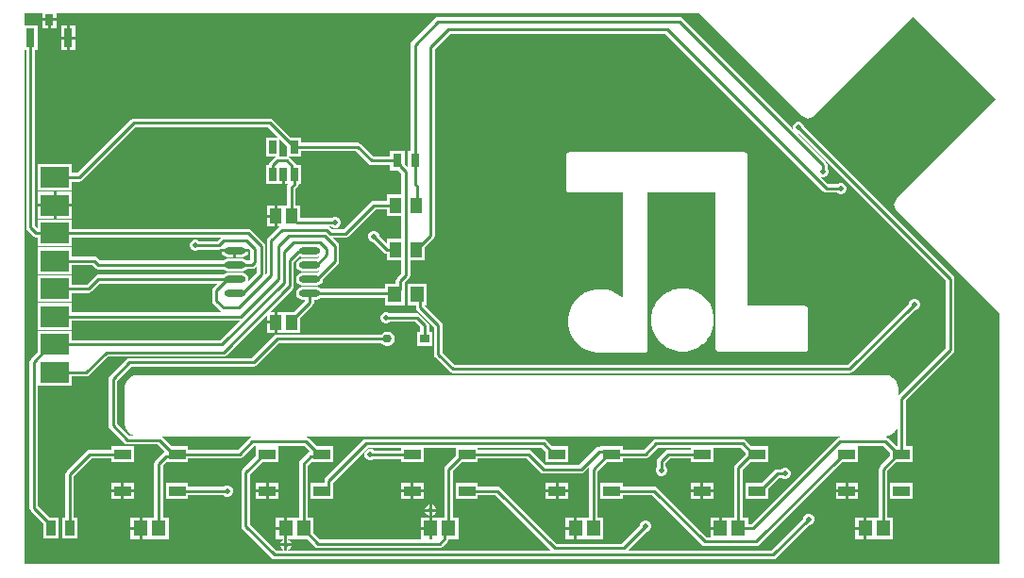
<source format=gbl>
G04*
G04 #@! TF.GenerationSoftware,Altium Limited,Altium Designer,21.2.2 (38)*
G04*
G04 Layer_Physical_Order=2*
G04 Layer_Color=16711680*
%FSLAX25Y25*%
%MOIN*%
G70*
G04*
G04 #@! TF.SameCoordinates,E2040CFD-8BC1-4679-B801-FCB4F48F4876*
G04*
G04*
G04 #@! TF.FilePolarity,Positive*
G04*
G01*
G75*
%ADD10C,0.01000*%
%ADD19C,0.01968*%
%ADD20R,0.04331X0.05315*%
%ADD21R,0.03182X0.02922*%
G04:AMPARAMS|DCode=22|XSize=31.82mil|YSize=29.22mil|CornerRadius=14.61mil|HoleSize=0mil|Usage=FLASHONLY|Rotation=180.000|XOffset=0mil|YOffset=0mil|HoleType=Round|Shape=RoundedRectangle|*
%AMROUNDEDRECTD22*
21,1,0.03182,0.00000,0,0,180.0*
21,1,0.00260,0.02922,0,0,180.0*
1,1,0.02922,-0.00130,0.00000*
1,1,0.02922,0.00130,0.00000*
1,1,0.02922,0.00130,0.00000*
1,1,0.02922,-0.00130,0.00000*
%
%ADD22ROUNDEDRECTD22*%
%ADD23R,0.03347X0.05315*%
%ADD24R,0.03150X0.04921*%
%ADD25R,0.04134X0.05709*%
%ADD26R,0.04724X0.05709*%
%ADD27R,0.02756X0.04528*%
%ADD28R,0.10000X0.07480*%
%ADD29R,0.03150X0.04331*%
%ADD30R,0.03150X0.06693*%
%ADD31O,0.07480X0.02362*%
%ADD32R,0.05118X0.05709*%
%ADD33R,0.05906X0.03543*%
G36*
X9236Y197793D02*
Y195972D01*
X14386D01*
Y197793D01*
X241279Y197793D01*
X277607Y161465D01*
X278228Y160990D01*
X278950Y160690D01*
X279725Y160589D01*
D01*
X279725D01*
X280500Y160690D01*
X281222Y160990D01*
X281842Y161465D01*
X281842Y161466D01*
X316929Y196553D01*
X346159Y167323D01*
X311072Y132235D01*
X310596Y131615D01*
X310297Y130893D01*
X310195Y130118D01*
X310297Y129343D01*
X310596Y128621D01*
X311072Y128001D01*
X311072Y128001D01*
X347400Y91673D01*
X347400Y2994D01*
X2994D01*
Y184630D01*
X3589D01*
Y122047D01*
X3705Y121462D01*
X4037Y120966D01*
X6005Y118997D01*
X6501Y118666D01*
X7087Y118549D01*
X7779D01*
Y115339D01*
X19780D01*
Y118549D01*
X72495D01*
X72278Y118404D01*
X71151Y117277D01*
X64663D01*
X64510Y117430D01*
X63780Y117732D01*
X62991D01*
X62262Y117430D01*
X61704Y116872D01*
X61402Y116143D01*
Y115353D01*
X61704Y114624D01*
X62262Y114066D01*
X62991Y113764D01*
X63780D01*
X64510Y114066D01*
X64663Y114219D01*
X71785D01*
X72370Y114335D01*
X72734Y114579D01*
X72679Y114299D01*
X77362D01*
X82046D01*
X81976Y114650D01*
X81915Y114741D01*
X82723Y113933D01*
Y110476D01*
X82711Y110464D01*
X81355D01*
X80772Y110854D01*
X79921Y111023D01*
X74803D01*
X73952Y110854D01*
X73231Y110372D01*
X73202Y110329D01*
X29630D01*
X28640Y111318D01*
X28144Y111649D01*
X27559Y111766D01*
X19780D01*
Y114976D01*
X7779D01*
Y105496D01*
X19780D01*
Y108707D01*
X26926D01*
X27915Y107718D01*
X28411Y107386D01*
X28996Y107270D01*
X73202D01*
X73231Y107227D01*
X73952Y106745D01*
X74803Y106575D01*
X79921D01*
X80772Y106745D01*
X81494Y107227D01*
X81613Y107405D01*
X83344D01*
X83930Y107522D01*
X84426Y107853D01*
X85085Y108512D01*
Y106126D01*
X81993Y103034D01*
X82145Y103799D01*
X81976Y104650D01*
X81494Y105372D01*
X80772Y105854D01*
X79921Y106023D01*
X74803D01*
X73952Y105854D01*
X73231Y105372D01*
X73202Y105329D01*
X28996D01*
X28411Y105212D01*
X27915Y104881D01*
X24957Y101923D01*
X19780D01*
Y105134D01*
X7779D01*
Y95653D01*
X19780D01*
Y98864D01*
X25591D01*
X26176Y98981D01*
X26672Y99312D01*
X29630Y102270D01*
X71111D01*
X69785Y100944D01*
X69453Y100447D01*
X69337Y99862D01*
Y96063D01*
X69453Y95478D01*
X69785Y94982D01*
X72147Y92619D01*
X72643Y92288D01*
X73228Y92171D01*
X78614D01*
X79077Y92263D01*
X78894Y92081D01*
X19780Y92081D01*
Y95291D01*
X7779D01*
Y85811D01*
X19780D01*
Y89022D01*
X78985Y89022D01*
X72201Y82238D01*
X19780D01*
Y85449D01*
X7779D01*
Y78131D01*
X5218Y75570D01*
X4886Y75073D01*
X4770Y74488D01*
Y22933D01*
X4886Y22348D01*
X5218Y21852D01*
X9827Y17243D01*
Y12091D01*
X15173D01*
Y19406D01*
X11990D01*
X7829Y23567D01*
Y66126D01*
X19780D01*
Y69337D01*
X24803D01*
X25388Y69453D01*
X25885Y69785D01*
X32523Y76423D01*
X73228D01*
X73814Y76540D01*
X74310Y76871D01*
X88567Y91128D01*
Y89083D01*
X91232D01*
Y92240D01*
X89679D01*
X97696Y100257D01*
X98027Y100753D01*
X98144Y101339D01*
Y109760D01*
X100209Y111826D01*
X100330Y111745D01*
X101181Y111575D01*
X106299D01*
X107065Y111728D01*
X106350Y111013D01*
X106299Y111023D01*
X101181D01*
X100330Y110854D01*
X99609Y110372D01*
X99127Y109650D01*
X98957Y108799D01*
X99127Y107948D01*
X99609Y107227D01*
X100330Y106745D01*
X101181Y106575D01*
X106299D01*
X107065Y106728D01*
X106350Y106013D01*
X106299Y106023D01*
X101181D01*
X100330Y105854D01*
X99609Y105372D01*
X99127Y104650D01*
X98957Y103799D01*
X99127Y102948D01*
X99609Y102227D01*
X100330Y101745D01*
X101181Y101575D01*
X106299D01*
X107150Y101745D01*
X107872Y102227D01*
X108354Y102948D01*
X108523Y103799D01*
X108513Y103850D01*
X113680Y109017D01*
X114011Y109513D01*
X114128Y110098D01*
Y115546D01*
X114011Y116131D01*
X113680Y116628D01*
X112010Y118297D01*
X116284D01*
X116869Y118414D01*
X117365Y118745D01*
X127011Y128392D01*
X131087D01*
Y126067D01*
X136191D01*
Y118028D01*
X131087D01*
Y116352D01*
X128362Y119076D01*
Y119292D01*
X128060Y120022D01*
X127502Y120580D01*
X126773Y120882D01*
X125983D01*
X125254Y120580D01*
X124696Y120022D01*
X124394Y119292D01*
Y118503D01*
X124696Y117774D01*
X125254Y117216D01*
X125983Y116913D01*
X126199D01*
X130021Y113092D01*
X130517Y112760D01*
X130614Y112741D01*
X131087Y112647D01*
Y110319D01*
X136191D01*
Y105677D01*
X134639Y104125D01*
X134308Y103629D01*
X134191Y103043D01*
Y102279D01*
X130496D01*
Y100329D01*
X107901D01*
X107872Y100372D01*
X107150Y100854D01*
X106299Y101023D01*
X101181D01*
X100330Y100854D01*
X99609Y100372D01*
X99127Y99650D01*
X98957Y98799D01*
X99127Y97948D01*
X99609Y97227D01*
X100330Y96745D01*
X101181Y96575D01*
X102211D01*
Y96204D01*
X98247Y92240D01*
X92232D01*
Y88583D01*
Y84925D01*
X100409D01*
Y90077D01*
X104822Y94489D01*
X105153Y94986D01*
X105270Y95571D01*
Y96575D01*
X106299D01*
X107150Y96745D01*
X107872Y97227D01*
X107901Y97270D01*
X130496D01*
Y94571D01*
X137221D01*
Y100140D01*
X137250Y100287D01*
Y102410D01*
X138802Y103962D01*
X139133Y104458D01*
X139250Y105043D01*
Y110319D01*
X144504D01*
Y115077D01*
X147538Y118112D01*
X147870Y118608D01*
X147986Y119193D01*
Y185193D01*
X153389Y190597D01*
X229288D01*
X285139Y134745D01*
X285635Y134414D01*
X286221Y134297D01*
X290062D01*
X290215Y134145D01*
X290944Y133843D01*
X291733D01*
X292463Y134145D01*
X293021Y134703D01*
X293323Y135432D01*
Y136222D01*
X293021Y136951D01*
X292463Y137509D01*
X291733Y137811D01*
X290944D01*
X290215Y137509D01*
X290062Y137356D01*
X286854D01*
X284333Y139877D01*
X284645Y139748D01*
X285434D01*
X286163Y140050D01*
X286721Y140608D01*
X287024Y141338D01*
Y142127D01*
X286721Y142856D01*
X286569Y143009D01*
Y144095D01*
X286452Y144680D01*
X286121Y145176D01*
X275672Y155625D01*
X275983Y155496D01*
X276199D01*
X328392Y103304D01*
Y79374D01*
X311714Y62696D01*
X311649Y62599D01*
Y64961D01*
Y65348D01*
X311630Y65447D01*
Y65547D01*
X311479Y66308D01*
X311440Y66401D01*
X311421Y66499D01*
X311124Y67216D01*
X311068Y67299D01*
X311030Y67392D01*
X310599Y68037D01*
X310528Y68108D01*
X310472Y68191D01*
X309924Y68740D01*
X309840Y68795D01*
X309769Y68866D01*
X309124Y69297D01*
X309031Y69336D01*
X308948Y69392D01*
X308231Y69688D01*
X308133Y69708D01*
X308040Y69746D01*
X307280Y69898D01*
X307179D01*
X307081Y69917D01*
X42919D01*
X42821Y69898D01*
X42720D01*
X41960Y69746D01*
X41867Y69708D01*
X41769Y69688D01*
X41052Y69392D01*
X40968Y69336D01*
X40876Y69297D01*
X40231Y68866D01*
X40160Y68795D01*
X40076Y68740D01*
X39528Y68191D01*
X39472Y68108D01*
X39401Y68037D01*
X38970Y67392D01*
X38932Y67299D01*
X38876Y67216D01*
X38579Y66499D01*
X38560Y66401D01*
X38521Y66308D01*
X38370Y65547D01*
Y65447D01*
X38350Y65348D01*
Y64961D01*
Y53150D01*
Y52762D01*
X38370Y52663D01*
Y52563D01*
X38521Y51802D01*
X38560Y51710D01*
X38579Y51611D01*
X38876Y50894D01*
X38932Y50811D01*
X38970Y50718D01*
X39401Y50073D01*
X39472Y50002D01*
X39528Y49919D01*
X40076Y49371D01*
X40160Y49315D01*
X40231Y49244D01*
X40876Y48813D01*
X40968Y48774D01*
X41052Y48719D01*
X41769Y48422D01*
X41867Y48402D01*
X41960Y48364D01*
X42007Y48355D01*
X40029D01*
X35781Y52602D01*
Y67870D01*
X40791Y72880D01*
X83979D01*
X84565Y72996D01*
X85061Y73328D01*
X92880Y81148D01*
X129113D01*
X129277Y80903D01*
X130091Y80359D01*
X131051Y80168D01*
X131311D01*
X132271Y80359D01*
X133085Y80903D01*
X133629Y81717D01*
X133820Y82677D01*
X133629Y83637D01*
X133085Y84451D01*
X132271Y84995D01*
X131311Y85186D01*
X131051D01*
X130091Y84995D01*
X129277Y84451D01*
X129113Y84207D01*
X92247D01*
X91662Y84090D01*
X91166Y83759D01*
X83346Y75939D01*
X40157D01*
X39572Y75822D01*
X39076Y75491D01*
X33171Y69585D01*
X32839Y69089D01*
X32723Y68504D01*
Y51968D01*
X32839Y51383D01*
X33171Y50887D01*
X38314Y45744D01*
X38810Y45412D01*
X39395Y45296D01*
X50179D01*
X52782Y42693D01*
X52438Y42625D01*
X51941Y42293D01*
X49312Y39664D01*
X48981Y39168D01*
X48864Y38583D01*
Y19602D01*
X44594D01*
Y15748D01*
Y11894D01*
X53953D01*
Y19602D01*
X51923D01*
Y37949D01*
X53131Y39158D01*
X60843D01*
Y40400D01*
X78937D01*
X79522Y40516D01*
X80018Y40848D01*
X84098Y44927D01*
X101729D01*
X103963Y42693D01*
X103619Y42625D01*
X103122Y42293D01*
X100493Y39664D01*
X100162Y39168D01*
X100045Y38583D01*
Y19602D01*
X95776D01*
Y15748D01*
Y11894D01*
X102971D01*
X105710Y9155D01*
X106206Y8823D01*
X106791Y8707D01*
X149606D01*
X150192Y8823D01*
X150688Y9155D01*
X152431Y10898D01*
X152762Y11394D01*
X152862Y11894D01*
X156315D01*
Y19602D01*
X154285D01*
Y35981D01*
X157462Y39158D01*
X163205D01*
Y40400D01*
X180272D01*
X185139Y35533D01*
X185635Y35201D01*
X186221Y35085D01*
X199606D01*
X200192Y35201D01*
X200688Y35533D01*
X206480Y41325D01*
Y41291D01*
X202856Y37666D01*
X202524Y37170D01*
X202408Y36584D01*
Y19602D01*
X198138D01*
Y15748D01*
Y11894D01*
X207496D01*
Y19602D01*
X205466D01*
Y35951D01*
X208673Y39158D01*
X214386D01*
Y40400D01*
X222244D01*
X222829Y40516D01*
X223325Y40848D01*
X226618Y44140D01*
X238370D01*
Y43459D01*
X230413D01*
X229828Y43342D01*
X229332Y43011D01*
X226871Y40550D01*
X226540Y40054D01*
X226423Y39469D01*
Y37497D01*
X226271Y37345D01*
X225969Y36615D01*
Y35826D01*
X226271Y35096D01*
X226829Y34538D01*
X227558Y34236D01*
X228347D01*
X229077Y34538D01*
X229635Y35096D01*
X229937Y35826D01*
Y36615D01*
X229635Y37345D01*
X229482Y37497D01*
Y38835D01*
X231047Y40400D01*
X238370D01*
Y39158D01*
X246276D01*
Y44140D01*
X256059D01*
X257661Y42538D01*
Y41714D01*
X254037Y38089D01*
X253705Y37593D01*
X253589Y37008D01*
Y19602D01*
X249319D01*
Y15748D01*
X248819D01*
Y15248D01*
X245260D01*
Y12553D01*
X243941D01*
X226475Y30018D01*
X225979Y30350D01*
X225394Y30466D01*
X214386D01*
Y31709D01*
X206480D01*
Y26165D01*
X214386D01*
Y27408D01*
X224760D01*
X242226Y9942D01*
X242722Y9611D01*
X243307Y9494D01*
X261417D01*
X262003Y9611D01*
X262499Y9942D01*
X291714Y39158D01*
X297457D01*
Y44701D01*
X291593D01*
X291819Y44927D01*
X306453D01*
X308842Y42538D01*
Y41320D01*
X305218Y37696D01*
X304886Y37199D01*
X304770Y36614D01*
Y19602D01*
X300500D01*
Y15748D01*
Y11894D01*
X309858D01*
Y19602D01*
X307829D01*
Y35981D01*
X310976Y39128D01*
X311524D01*
X311671Y39158D01*
X316748D01*
Y44701D01*
X314325D01*
Y60981D01*
X331003Y77659D01*
X331334Y78155D01*
X331451Y78740D01*
Y103937D01*
X331334Y104522D01*
X331003Y105018D01*
X278362Y157659D01*
Y157875D01*
X278060Y158604D01*
X277502Y159162D01*
X276773Y159465D01*
X275983D01*
X275254Y159162D01*
X274696Y158604D01*
X274394Y157875D01*
Y157086D01*
X274523Y156774D01*
X235333Y195963D01*
X234837Y196295D01*
X234252Y196411D01*
X149213D01*
X148627Y196295D01*
X148131Y195963D01*
X139863Y187696D01*
X139532Y187199D01*
X139416Y186614D01*
Y149130D01*
X138370D01*
Y143222D01*
X137250Y144342D01*
Y144488D01*
X137221Y144636D01*
Y149130D01*
X132071D01*
Y147199D01*
X126224D01*
X121849Y151574D01*
X121353Y151905D01*
X120768Y152022D01*
X100606D01*
Y153756D01*
X97127D01*
X90747Y160137D01*
X90251Y160468D01*
X89665Y160584D01*
X41732D01*
X41244Y160487D01*
X41147Y160468D01*
X40651Y160137D01*
X21808Y141293D01*
X19780D01*
Y144504D01*
X7779D01*
Y135024D01*
X19780D01*
Y138234D01*
X22441D01*
X23026Y138351D01*
X23522Y138682D01*
X42366Y157526D01*
X89032D01*
X92802Y153756D01*
X88370D01*
Y147228D01*
X93126D01*
Y153432D01*
X95850Y150707D01*
Y147228D01*
X100606D01*
Y148963D01*
X120134D01*
X124509Y144588D01*
X125005Y144256D01*
X125591Y144140D01*
X132071D01*
Y142209D01*
X135058D01*
X136168Y141099D01*
Y133776D01*
X131087D01*
Y131451D01*
X126378D01*
X125890Y131353D01*
X125793Y131334D01*
X125296Y131003D01*
X115650Y121356D01*
X111780D01*
X110839Y122297D01*
X111526D01*
X111679Y122145D01*
X112408Y121843D01*
X113198D01*
X113927Y122145D01*
X114485Y122703D01*
X114787Y123432D01*
Y124222D01*
X114485Y124951D01*
X113927Y125509D01*
X113198Y125811D01*
X112408D01*
X111679Y125509D01*
X111526Y125356D01*
X100409D01*
Y129642D01*
X98773D01*
Y135587D01*
X99507Y136320D01*
X99838Y136816D01*
X99955Y137402D01*
Y137583D01*
X100606D01*
Y144110D01*
X98958D01*
X98892Y144445D01*
X98560Y144941D01*
X96751Y146751D01*
X96255Y147082D01*
X95669Y147199D01*
X92520D01*
X91934Y147082D01*
X91438Y146751D01*
X89793Y145106D01*
X89462Y144610D01*
X89363Y144110D01*
X88370D01*
Y137583D01*
X93988D01*
Y140847D01*
X94988D01*
Y137583D01*
X96443D01*
X96163Y137302D01*
X95831Y136806D01*
X95715Y136221D01*
Y129642D01*
X92232D01*
Y125984D01*
Y122327D01*
X92998D01*
X89118Y118447D01*
X88787Y117951D01*
X88671Y117365D01*
Y105920D01*
X88119Y105368D01*
X88144Y105492D01*
Y115354D01*
X88027Y115940D01*
X87696Y116436D01*
X82971Y121160D01*
X82475Y121492D01*
X81890Y121608D01*
X19780D01*
Y124819D01*
X7779D01*
Y121608D01*
X7720D01*
X6647Y122681D01*
Y184630D01*
X7693D01*
Y193323D01*
X2994D01*
Y197793D01*
X9236D01*
D02*
G37*
G36*
X311266Y44701D02*
X311005D01*
X308168Y47538D01*
X307672Y47870D01*
X307087Y47986D01*
X291186D01*
X290600Y47870D01*
X290104Y47538D01*
X259844Y17277D01*
X258677D01*
Y19602D01*
X256647D01*
Y36374D01*
X259401Y39128D01*
X260630D01*
X260778Y39158D01*
X265567D01*
Y44701D01*
X259824D01*
X257774Y46751D01*
X257278Y47082D01*
X256693Y47199D01*
X225984D01*
X225496Y47102D01*
X225399Y47082D01*
X224903Y46751D01*
X221611Y43459D01*
X214386D01*
Y44701D01*
X206480D01*
Y44443D01*
X205906D01*
X205320Y44326D01*
X204824Y43995D01*
X198973Y38144D01*
X186854D01*
X181987Y43011D01*
X181491Y43342D01*
X180905Y43459D01*
X163205D01*
Y44140D01*
X185587D01*
X187189Y42538D01*
Y39158D01*
X195095D01*
Y44701D01*
X189352D01*
X187302Y46751D01*
X186806Y47082D01*
X186221Y47199D01*
X123622D01*
X123037Y47082D01*
X122541Y46751D01*
X109442Y33652D01*
X109111Y33156D01*
X108994Y32571D01*
Y31709D01*
X104118D01*
Y26165D01*
X112024D01*
Y30061D01*
X112053Y30209D01*
Y31937D01*
X124256Y44140D01*
X136008D01*
Y43262D01*
X126474D01*
X126321Y43414D01*
X125592Y43716D01*
X124802D01*
X124073Y43414D01*
X123515Y42856D01*
X123213Y42127D01*
Y41338D01*
X123515Y40608D01*
X124073Y40050D01*
X124802Y39748D01*
X125592D01*
X126321Y40050D01*
X126474Y40203D01*
X136008D01*
Y39158D01*
X143913D01*
Y44140D01*
X155299D01*
Y41320D01*
X151674Y37696D01*
X151343Y37199D01*
X151226Y36614D01*
Y19602D01*
X146957D01*
Y15748D01*
Y11894D01*
X149101D01*
X148973Y11766D01*
X107425D01*
X105134Y14057D01*
Y19602D01*
X103104D01*
Y37949D01*
X104313Y39158D01*
X112024D01*
Y44701D01*
X106281D01*
X103444Y47538D01*
X102947Y47870D01*
X102362Y47986D01*
X83465D01*
X82879Y47870D01*
X82383Y47538D01*
X78303Y43459D01*
X60843D01*
Y44701D01*
X55100D01*
X51894Y47907D01*
X51465Y48193D01*
X307081D01*
X307179Y48213D01*
X307280D01*
X308040Y48364D01*
X308133Y48402D01*
X308231Y48422D01*
X308948Y48719D01*
X309032Y48774D01*
X309124Y48813D01*
X309769Y49244D01*
X309840Y49315D01*
X309924Y49371D01*
X310472Y49919D01*
X310528Y50002D01*
X310599Y50073D01*
X311030Y50718D01*
X311068Y50811D01*
X311124Y50894D01*
X311266Y51237D01*
Y44701D01*
D02*
G37*
%LPC*%
G36*
X14386Y194972D02*
X12311D01*
Y192307D01*
X14386D01*
Y194972D01*
D02*
G37*
G36*
X11311D02*
X9236D01*
Y192307D01*
X11311D01*
Y194972D01*
D02*
G37*
G36*
X21079Y193323D02*
X19004D01*
Y189476D01*
X21079D01*
Y193323D01*
D02*
G37*
G36*
X18004D02*
X15929D01*
Y189476D01*
X18004D01*
Y193323D01*
D02*
G37*
G36*
X21079Y188476D02*
X19004D01*
Y184630D01*
X21079D01*
Y188476D01*
D02*
G37*
G36*
X18004D02*
X15929D01*
Y184630D01*
X18004D01*
Y188476D01*
D02*
G37*
G36*
X19780Y134661D02*
X14279D01*
Y130421D01*
X19780D01*
Y134661D01*
D02*
G37*
G36*
X13280D02*
X7779D01*
Y130421D01*
X13280D01*
Y134661D01*
D02*
G37*
G36*
X91232Y129642D02*
X88567D01*
Y126484D01*
X91232D01*
Y129642D01*
D02*
G37*
G36*
X19780Y129421D02*
X14279D01*
Y125181D01*
X19780D01*
Y129421D01*
D02*
G37*
G36*
X13280D02*
X7779D01*
Y125181D01*
X13280D01*
Y129421D01*
D02*
G37*
G36*
X91232Y125484D02*
X88567D01*
Y122327D01*
X91232D01*
Y125484D01*
D02*
G37*
G36*
X82046Y113299D02*
X77862D01*
Y111575D01*
X79921D01*
X80772Y111745D01*
X81494Y112227D01*
X81976Y112948D01*
X82046Y113299D01*
D02*
G37*
G36*
X76862D02*
X72679D01*
X72749Y112948D01*
X73231Y112227D01*
X73952Y111745D01*
X74803Y111575D01*
X76862D01*
Y113299D01*
D02*
G37*
G36*
X91232Y88083D02*
X88567D01*
Y84925D01*
X91232D01*
Y88083D01*
D02*
G37*
G36*
X131103Y92142D02*
X130314D01*
X129585Y91840D01*
X129026Y91281D01*
X128724Y90552D01*
Y89763D01*
X129026Y89034D01*
X129585Y88475D01*
X130314Y88173D01*
X131103D01*
X131833Y88475D01*
X131985Y88628D01*
X141099D01*
X142880Y86847D01*
Y85138D01*
X141818D01*
Y80216D01*
X147000D01*
Y85138D01*
X145939D01*
Y87480D01*
X145822Y88066D01*
X145491Y88562D01*
X142814Y91239D01*
X142318Y91571D01*
X141732Y91687D01*
X131985D01*
X131833Y91840D01*
X131103Y92142D01*
D02*
G37*
G36*
X236426Y100473D02*
X234440D01*
X234341Y100454D01*
X234241D01*
X232293Y100066D01*
X232200Y100028D01*
X232102Y100008D01*
X230266Y99248D01*
X230183Y99192D01*
X230090Y99154D01*
X228439Y98050D01*
X228368Y97979D01*
X228284Y97923D01*
X226880Y96519D01*
X226824Y96435D01*
X226753Y96364D01*
X225649Y94713D01*
X225611Y94620D01*
X225555Y94537D01*
X224795Y92702D01*
X224775Y92603D01*
X224737Y92510D01*
X224349Y90562D01*
Y90462D01*
X224330Y90363D01*
Y89370D01*
Y88377D01*
X224349Y88278D01*
Y88178D01*
X224737Y86230D01*
X224775Y86137D01*
X224795Y86039D01*
X225555Y84203D01*
X225611Y84120D01*
X225649Y84027D01*
X226753Y82376D01*
X226824Y82305D01*
X226880Y82221D01*
X228284Y80817D01*
X228368Y80761D01*
X228439Y80690D01*
X230090Y79586D01*
X230183Y79548D01*
X230266Y79492D01*
X232102Y78732D01*
X232200Y78712D01*
X232293Y78674D01*
X234241Y78286D01*
X234341D01*
X234440Y78267D01*
X236426D01*
X236525Y78286D01*
X236625D01*
X238573Y78674D01*
X238666Y78712D01*
X238765Y78732D01*
X240600Y79492D01*
X240683Y79548D01*
X240776Y79586D01*
X242427Y80690D01*
X242498Y80761D01*
X242582Y80817D01*
X243987Y82221D01*
X244042Y82305D01*
X244113Y82376D01*
X245217Y84027D01*
X245255Y84120D01*
X245311Y84203D01*
X246071Y86039D01*
X246091Y86137D01*
X246129Y86230D01*
X246517Y88178D01*
Y88278D01*
X246536Y88377D01*
Y89370D01*
Y90363D01*
X246517Y90462D01*
Y90562D01*
X246129Y92510D01*
X246091Y92603D01*
X246071Y92702D01*
X245311Y94537D01*
X245255Y94620D01*
X245217Y94713D01*
X244113Y96364D01*
X244042Y96435D01*
X243987Y96519D01*
X242582Y97923D01*
X242498Y97979D01*
X242427Y98050D01*
X240776Y99154D01*
X240683Y99192D01*
X240600Y99248D01*
X238765Y100008D01*
X238666Y100028D01*
X238573Y100066D01*
X236625Y100454D01*
X236525D01*
X236426Y100473D01*
D02*
G37*
G36*
X257480Y148657D02*
X195276D01*
X194885Y148580D01*
X194555Y148359D01*
X194334Y148028D01*
X194256Y147638D01*
Y135433D01*
X194334Y135043D01*
X194555Y134712D01*
X194885Y134491D01*
X195276Y134414D01*
X214335D01*
Y96914D01*
X214039Y97239D01*
X213967Y97291D01*
X213909Y97358D01*
X212503Y98446D01*
X212424Y98485D01*
X212355Y98541D01*
X210783Y99371D01*
X210699Y99397D01*
X210621Y99440D01*
X208930Y99988D01*
X208842Y99998D01*
X208759Y100027D01*
X206998Y100276D01*
X206910Y100271D01*
X206823Y100285D01*
X205046Y100228D01*
X204960Y100208D01*
X204871Y100207D01*
X203131Y99845D01*
X203049Y99810D01*
X202962Y99794D01*
X201310Y99138D01*
X201235Y99090D01*
X201152Y99060D01*
X199637Y98130D01*
X199572Y98070D01*
X199496Y98025D01*
X198163Y96848D01*
X198109Y96778D01*
X198042Y96721D01*
X196931Y95333D01*
X196890Y95254D01*
X196834Y95187D01*
X195978Y93628D01*
X195951Y93544D01*
X195907Y93467D01*
X195332Y91785D01*
X195320Y91697D01*
X195290Y91614D01*
X195013Y89858D01*
X195016Y89770D01*
X195000Y89683D01*
X195029Y87905D01*
X195048Y87818D01*
X195047Y87730D01*
X195381Y85984D01*
X195414Y85902D01*
X195429Y85815D01*
X196058Y84152D01*
X196105Y84077D01*
X196134Y83993D01*
X197039Y82463D01*
X197098Y82397D01*
X197142Y82320D01*
X198297Y80969D01*
X198366Y80914D01*
X198422Y80845D01*
X199792Y79712D01*
X199870Y79670D01*
X199937Y79612D01*
X201481Y78732D01*
X201565Y78704D01*
X201641Y78658D01*
X203314Y78056D01*
X203401Y78043D01*
X203484Y78011D01*
X205235Y77706D01*
X205324Y77708D01*
X205410Y77690D01*
X206299D01*
X206300Y77691D01*
X206301Y77690D01*
X222049Y77721D01*
X222244Y77760D01*
X222437Y77798D01*
X222438Y77799D01*
X222439Y77799D01*
X222603Y77909D01*
X222768Y78019D01*
X222769Y78020D01*
X222770Y78021D01*
X222879Y78185D01*
X222989Y78350D01*
X222989Y78351D01*
X222990Y78352D01*
X223028Y78547D01*
X223067Y78740D01*
Y134414D01*
X247012D01*
Y79528D01*
X247090Y79137D01*
X247310Y78807D01*
X247704Y78413D01*
X248035Y78192D01*
X248425Y78114D01*
X278740D01*
X279130Y78192D01*
X279461Y78413D01*
X279682Y78744D01*
X279760Y79134D01*
Y93307D01*
X279682Y93697D01*
X279461Y94028D01*
X279130Y94249D01*
X278740Y94327D01*
X258500D01*
Y147638D01*
X258422Y148028D01*
X258201Y148359D01*
X257871Y148580D01*
X257480Y148657D01*
D02*
G37*
G36*
X145095Y102279D02*
X138370D01*
Y94571D01*
X141216D01*
Y93869D01*
X141332Y93284D01*
X141664Y92788D01*
X147683Y86768D01*
Y77165D01*
X147800Y76580D01*
X148131Y76084D01*
X153249Y70966D01*
X153745Y70634D01*
X154331Y70518D01*
X294488D01*
X295074Y70634D01*
X295570Y70966D01*
X317501Y92898D01*
X317718D01*
X318447Y93200D01*
X319005Y93758D01*
X319307Y94487D01*
Y95277D01*
X319005Y96006D01*
X318447Y96564D01*
X317718Y96866D01*
X316928D01*
X316199Y96564D01*
X315641Y96006D01*
X315339Y95277D01*
Y95060D01*
X293855Y73577D01*
X154964D01*
X150742Y77799D01*
Y87402D01*
X150626Y87987D01*
X150294Y88483D01*
X144274Y94503D01*
Y94571D01*
X145095D01*
Y102279D01*
D02*
G37*
G36*
X41551Y44701D02*
X33646D01*
Y43459D01*
X26181D01*
X25596Y43342D01*
X25100Y43011D01*
X17915Y35825D01*
X17583Y35329D01*
X17467Y34744D01*
Y19406D01*
X16323D01*
Y12091D01*
X21669D01*
Y19406D01*
X20526D01*
Y34111D01*
X26815Y40400D01*
X33646D01*
Y39158D01*
X41551D01*
Y44701D01*
D02*
G37*
G36*
X246276Y31709D02*
X242823D01*
Y29437D01*
X246276D01*
Y31709D01*
D02*
G37*
G36*
X41551D02*
X38098D01*
Y29437D01*
X41551D01*
Y31709D01*
D02*
G37*
G36*
X297457D02*
X294004D01*
Y29437D01*
X297457D01*
Y31709D01*
D02*
G37*
G36*
X92732D02*
X89280D01*
Y29437D01*
X92732D01*
Y31709D01*
D02*
G37*
G36*
X195095D02*
X191642D01*
Y29437D01*
X195095D01*
Y31709D01*
D02*
G37*
G36*
X190642D02*
X187189D01*
Y29437D01*
X190642D01*
Y31709D01*
D02*
G37*
G36*
X37098D02*
X33646D01*
Y29437D01*
X37098D01*
Y31709D01*
D02*
G37*
G36*
X293004D02*
X289551D01*
Y29437D01*
X293004D01*
Y31709D01*
D02*
G37*
G36*
X88279D02*
X84827D01*
Y29437D01*
X88279D01*
Y31709D01*
D02*
G37*
G36*
X241823D02*
X238370D01*
Y29437D01*
X241823D01*
Y31709D01*
D02*
G37*
G36*
X60843D02*
X52937D01*
Y26165D01*
X60843D01*
Y27408D01*
X73330D01*
X73482Y27255D01*
X74212Y26953D01*
X75001D01*
X75730Y27255D01*
X76288Y27813D01*
X76591Y28542D01*
Y29332D01*
X76288Y30061D01*
X75730Y30619D01*
X75001Y30921D01*
X74212D01*
X73482Y30619D01*
X73330Y30466D01*
X60843D01*
Y31709D01*
D02*
G37*
G36*
X316748D02*
X308842D01*
Y26165D01*
X316748D01*
Y31709D01*
D02*
G37*
G36*
X297457Y28437D02*
X294004D01*
Y26165D01*
X297457D01*
Y28437D01*
D02*
G37*
G36*
X293004D02*
X289551D01*
Y26165D01*
X293004D01*
Y28437D01*
D02*
G37*
G36*
X246276D02*
X242823D01*
Y26165D01*
X246276D01*
Y28437D01*
D02*
G37*
G36*
X241823D02*
X238370D01*
Y26165D01*
X241823D01*
Y28437D01*
D02*
G37*
G36*
X195095D02*
X191642D01*
Y26165D01*
X195095D01*
Y28437D01*
D02*
G37*
G36*
X190642D02*
X187189D01*
Y26165D01*
X190642D01*
Y28437D01*
D02*
G37*
G36*
X92732D02*
X89280D01*
Y26165D01*
X92732D01*
Y28437D01*
D02*
G37*
G36*
X88279D02*
X84827D01*
Y26165D01*
X88279D01*
Y28437D01*
D02*
G37*
G36*
X41551D02*
X38098D01*
Y26165D01*
X41551D01*
Y28437D01*
D02*
G37*
G36*
X37098D02*
X33646D01*
Y26165D01*
X37098D01*
Y28437D01*
D02*
G37*
G36*
X197138Y19602D02*
X194079D01*
Y16248D01*
X197138D01*
Y19602D01*
D02*
G37*
G36*
X299500D02*
X296441D01*
Y16248D01*
X299500D01*
Y19602D01*
D02*
G37*
G36*
X94776D02*
X91716D01*
Y16248D01*
X94776D01*
Y19602D01*
D02*
G37*
G36*
X43595D02*
X40535D01*
Y16248D01*
X43595D01*
Y19602D01*
D02*
G37*
G36*
X248319D02*
X245260D01*
Y16248D01*
X248319D01*
Y19602D01*
D02*
G37*
G36*
X299500Y15248D02*
X296441D01*
Y11894D01*
X299500D01*
Y15248D01*
D02*
G37*
G36*
X197138Y15248D02*
X194079D01*
Y11894D01*
X197138D01*
Y15248D01*
D02*
G37*
G36*
X94776Y15248D02*
X91716D01*
Y11894D01*
X94776D01*
Y15248D01*
D02*
G37*
G36*
X43595D02*
X40535D01*
Y11894D01*
X43595D01*
Y15248D01*
D02*
G37*
G36*
X95776Y11783D02*
Y10343D01*
X97216D01*
X96958Y10966D01*
X96400Y11525D01*
X95776Y11783D01*
D02*
G37*
G36*
X94776D02*
X94152Y11525D01*
X93593Y10966D01*
X93335Y10343D01*
X94776D01*
Y11783D01*
D02*
G37*
G36*
X97216Y9342D02*
X95776D01*
Y7902D01*
X96400Y8160D01*
X96958Y8719D01*
X97216Y9342D01*
D02*
G37*
G36*
X94776D02*
X93335D01*
X93593Y8719D01*
X94152Y8160D01*
X94776Y7902D01*
Y9342D01*
D02*
G37*
G36*
X92732Y44701D02*
X84827D01*
Y41320D01*
X80021Y36514D01*
X79689Y36018D01*
X79573Y35433D01*
Y16535D01*
X79689Y15950D01*
X80021Y15454D01*
X90257Y5218D01*
X90753Y4886D01*
X91339Y4770D01*
X267323D01*
X267908Y4886D01*
X268404Y5218D01*
X280100Y16913D01*
X280316D01*
X281045Y17215D01*
X281603Y17774D01*
X281906Y18503D01*
Y19292D01*
X281603Y20022D01*
X281045Y20580D01*
X280316Y20882D01*
X279527D01*
X278797Y20580D01*
X278239Y20022D01*
X277937Y19292D01*
Y19076D01*
X266689Y7829D01*
X215897D01*
X219585Y11517D01*
X219585Y11517D01*
X222620Y14551D01*
X222836D01*
X223565Y14853D01*
X224123Y15411D01*
X224425Y16141D01*
Y16930D01*
X224123Y17659D01*
X223565Y18218D01*
X222836Y18520D01*
X222046D01*
X221317Y18218D01*
X220759Y17659D01*
X220457Y16930D01*
Y16714D01*
X217423Y13680D01*
X217423Y13680D01*
X213933Y10191D01*
X191033D01*
X171205Y30018D01*
X170709Y30350D01*
X170124Y30466D01*
X163205D01*
Y31709D01*
X155299D01*
Y26165D01*
X163205D01*
Y27408D01*
X169491D01*
X189070Y7829D01*
X91972D01*
X82632Y17169D01*
Y34800D01*
X86990Y39158D01*
X92732D01*
Y44701D01*
D02*
G37*
G36*
X272048Y37024D02*
X271259D01*
X270530Y36722D01*
X270377Y36569D01*
X268898D01*
X268312Y36452D01*
X267816Y36121D01*
X263404Y31709D01*
X257661D01*
Y26165D01*
X265567D01*
Y29546D01*
X269531Y33510D01*
X270377D01*
X270530Y33357D01*
X271259Y33055D01*
X272048D01*
X272778Y33357D01*
X273336Y33915D01*
X273638Y34645D01*
Y35434D01*
X273336Y36163D01*
X272778Y36722D01*
X272048Y37024D01*
D02*
G37*
G36*
X143913Y31709D02*
X140461D01*
Y29437D01*
X143913D01*
Y31709D01*
D02*
G37*
G36*
X139461D02*
X136008D01*
Y29437D01*
X139461D01*
Y31709D01*
D02*
G37*
G36*
X143913Y28437D02*
X140461D01*
Y26165D01*
X143913D01*
Y28437D01*
D02*
G37*
G36*
X139461D02*
X136008D01*
Y26165D01*
X139461D01*
Y28437D01*
D02*
G37*
G36*
X146957Y23988D02*
Y22547D01*
X148397D01*
X148139Y23171D01*
X147581Y23729D01*
X146957Y23988D01*
D02*
G37*
G36*
X145957D02*
X145333Y23729D01*
X144774Y23171D01*
X144516Y22547D01*
X145957D01*
Y23988D01*
D02*
G37*
G36*
X148397Y21547D02*
X146957D01*
Y20107D01*
X147581Y20365D01*
X148139Y20923D01*
X148397Y21547D01*
D02*
G37*
G36*
X145957D02*
X144516D01*
X144774Y20923D01*
X145333Y20365D01*
X145957Y20107D01*
Y21547D01*
D02*
G37*
G36*
Y19602D02*
X142898D01*
Y16248D01*
X145957D01*
Y19602D01*
D02*
G37*
G36*
Y15248D02*
X142898D01*
Y11894D01*
X145957D01*
Y15248D01*
D02*
G37*
%LPD*%
D10*
X142745Y93869D02*
X149213Y87402D01*
X142745Y93869D02*
Y97413D01*
X149213Y77165D02*
Y87402D01*
Y77165D02*
X154331Y72047D01*
X294488D01*
X317323Y94882D01*
X144409Y82677D02*
Y87480D01*
X130709Y90158D02*
X141732D01*
X144409Y87480D01*
X141732Y98425D02*
X142745Y97413D01*
X146457Y185827D02*
X152756Y192126D01*
X146457Y119193D02*
Y185827D01*
X152756Y192126D02*
X229921D01*
X141437Y114173D02*
X146457Y119193D01*
X141437Y129921D02*
X141732Y130217D01*
X137697Y133421D02*
X137721Y133397D01*
X141732Y130217D02*
Y136614D01*
X140945Y145669D02*
Y146555D01*
Y137402D02*
X141732Y136614D01*
X135721Y103043D02*
X137721Y105043D01*
Y133397D01*
X140945Y137402D02*
Y145669D01*
X137697Y133421D02*
Y141732D01*
X135721Y143709D02*
X137697Y141732D01*
X229921Y192126D02*
X286221Y135827D01*
X140945Y146555D02*
Y186614D01*
X149213Y194882D02*
X234252D01*
X140945Y186614D02*
X149213Y194882D01*
X234252D02*
X285039Y144095D01*
Y141732D02*
Y144095D01*
X276378Y157480D02*
X329921Y103937D01*
Y78740D02*
Y103937D01*
X34252Y68504D02*
X40157Y74410D01*
X83979D02*
X92247Y82677D01*
X40157Y74410D02*
X83979D01*
X34252Y51968D02*
Y68504D01*
Y51968D02*
X39395Y46825D01*
X50813D01*
X50394Y38583D02*
X53023Y41212D01*
X54991D01*
X50394Y15748D02*
Y38583D01*
X54437Y43201D02*
Y43201D01*
Y43201D02*
X55709Y41929D01*
X50813Y46825D02*
X54437Y43201D01*
X56890Y41929D02*
X78937D01*
X92247Y82677D02*
X131181D01*
X73228Y77953D02*
X96614Y101339D01*
X31890Y77953D02*
X73228D01*
X13780Y80709D02*
X72835D01*
X94614Y102488D01*
X24803Y70866D02*
X31890Y77953D01*
X96614Y101339D02*
Y110394D01*
X94614Y102488D02*
Y113512D01*
X255118Y15748D02*
X260477D01*
X291186Y46457D01*
X268898Y35039D02*
X271654D01*
X262795Y28937D02*
X268898Y35039D01*
X261614Y28937D02*
X262795D01*
X267323Y6299D02*
X279921Y18898D01*
X91339Y6299D02*
X267323D01*
X190400Y8661D02*
X214567D01*
X218504Y12598D01*
X170124Y28937D02*
X190400Y8661D01*
X218504Y12598D02*
X222441Y16535D01*
X218504Y12598D02*
X218504D01*
X159252Y28937D02*
X170124D01*
X81102Y16535D02*
X91339Y6299D01*
X81102Y16535D02*
Y35433D01*
X87598Y41929D02*
X88779D01*
X81102Y35433D02*
X87598Y41929D01*
X189961D02*
X191142D01*
X186221Y45669D02*
X189961Y41929D01*
X123622Y45669D02*
X186221D01*
X110524Y32571D02*
X123622Y45669D01*
X109252Y28937D02*
X110524Y30209D01*
X108071Y28937D02*
X109252D01*
X110524Y30209D02*
Y32571D01*
X199606Y36614D02*
X205906Y42913D01*
X186221Y36614D02*
X199606D01*
X180905Y41929D02*
X186221Y36614D01*
X205906Y42913D02*
X208268D01*
X125197Y41732D02*
X139764D01*
X139961Y41929D01*
X56890Y28937D02*
X74606D01*
X104204Y41212D02*
X106172D01*
X101575Y15748D02*
Y38583D01*
X104204Y41212D01*
X83465Y46457D02*
X102362D01*
X106890Y41929D01*
X78937D02*
X83465Y46457D01*
X106791Y10236D02*
X149606D01*
X151350Y14342D02*
X152756Y15748D01*
X149606Y10236D02*
X151350Y11980D01*
X152756Y15748D02*
Y36614D01*
X151350Y11980D02*
Y14342D01*
X101575Y15453D02*
X106791Y10236D01*
X101575Y15453D02*
Y15748D01*
X286221Y135827D02*
X291339D01*
X135721Y100287D02*
Y103043D01*
X133858Y98425D02*
X135721Y100287D01*
X135721Y143709D02*
Y144488D01*
X120768Y150492D02*
X125591Y145669D01*
X98228Y150492D02*
X120768D01*
X89665Y159055D02*
X98228Y150492D01*
X125591Y145669D02*
X134646D01*
X207980Y40628D02*
Y40657D01*
X209252Y41929D01*
X203937Y36584D02*
X207980Y40628D01*
X203937Y15748D02*
Y36584D01*
X209252Y41929D02*
X222244D01*
X159252D02*
X180905D01*
X222441Y16535D02*
Y16535D01*
X227953Y39469D02*
X230413Y41929D01*
X227953Y36220D02*
Y39469D01*
X230413Y41929D02*
X242323D01*
X225984Y45669D02*
X256693D01*
X222244Y41929D02*
X225984Y45669D01*
X256693D02*
X260433Y41929D01*
X261614D01*
X255118Y37008D02*
X258768Y40657D01*
X255118Y15748D02*
Y37008D01*
X258768Y40657D02*
X260630D01*
X312795Y41929D02*
Y61614D01*
X329921Y78740D01*
X71785Y115748D02*
X73359Y117323D01*
X81496D01*
X63386Y115748D02*
X71785D01*
X77362Y108799D02*
X77498Y108935D01*
X83344D02*
X84252Y109843D01*
Y114567D01*
X28996Y108799D02*
X77362D01*
X81496Y117323D02*
X84252Y114567D01*
X77498Y108935D02*
X83344D01*
X13780Y120079D02*
X81890D01*
X86614Y115354D01*
Y105492D02*
Y115354D01*
X79921Y98799D02*
X86614Y105492D01*
X90200Y117365D02*
X94095Y121260D01*
X96614Y110394D02*
X99759Y113539D01*
X78614Y93701D02*
X90200Y105286D01*
X92614Y103638D02*
Y115449D01*
X90200Y105286D02*
Y117365D01*
X92614Y115449D02*
X96425Y119260D01*
X79528Y90551D02*
X92614Y103638D01*
X94614Y113512D02*
X98032Y116929D01*
X126378Y118898D02*
X131102Y114173D01*
X134153D01*
X98909Y123827D02*
X112803D01*
X116284Y119827D02*
X126378Y129921D01*
X96425Y119260D02*
X108885D01*
X112598Y110098D02*
Y115546D01*
X111146Y119827D02*
X116284D01*
X94095Y121260D02*
X109713D01*
X108885Y119260D02*
X112598Y115546D01*
X109713Y121260D02*
X111146Y119827D01*
X97244Y125681D02*
Y125984D01*
Y125681D02*
X98909Y124016D01*
Y123827D02*
Y124016D01*
X307087Y46457D02*
X311024Y42520D01*
X291186Y46457D02*
X307087D01*
X306299Y36614D02*
X310343Y40657D01*
X311524D01*
X312795Y41929D01*
X306299Y15748D02*
Y36614D01*
X261417Y11024D02*
X292323Y41929D01*
X225394Y28937D02*
X243307Y11024D01*
X261417D01*
X292323Y41929D02*
X293504D01*
X210433Y28937D02*
X225394D01*
X152756Y36614D02*
X158071Y41929D01*
X159252D01*
X18996Y34744D02*
X26181Y41929D01*
X37598D01*
X18996Y15748D02*
Y34744D01*
X13780Y139764D02*
X22441D01*
X41732Y159055D02*
X89665D01*
X22441Y139764D02*
X41732Y159055D01*
X7087Y120079D02*
X13780D01*
X5118Y122047D02*
X7087Y120079D01*
X5118Y122047D02*
Y188976D01*
X70866Y96063D02*
Y99862D01*
Y96063D02*
X73228Y93701D01*
X78614D01*
X13780Y90551D02*
X79528Y90551D01*
X28996Y103799D02*
X74803D01*
X126378Y129921D02*
X134153D01*
X98032Y116929D02*
X107480D01*
X109843Y114567D01*
X77362Y98799D02*
X79921D01*
X70866Y99862D02*
X74803Y103799D01*
X103480Y113539D02*
X103740Y113799D01*
X99759Y113539D02*
X103480D01*
X74803Y103799D02*
X77362D01*
X109843Y112343D02*
Y114567D01*
X13780Y80709D02*
X13780Y80709D01*
X12520Y80709D02*
X13780D01*
X6299Y74488D02*
X12520Y80709D01*
X6299Y22933D02*
X12500Y16732D01*
X6299Y22933D02*
Y74488D01*
X12500Y15748D02*
Y16732D01*
X27559Y110236D02*
X28996Y108799D01*
X13780Y110236D02*
X27559D01*
X14173Y100394D02*
X25591D01*
X28996Y103799D01*
X13780Y70866D02*
X24803D01*
X97479Y141596D02*
X98425Y140650D01*
X97479Y141596D02*
Y143860D01*
X95669Y145669D02*
X97479Y143860D01*
X92520Y145669D02*
X95669D01*
X90875Y140973D02*
Y144025D01*
X90748Y140847D02*
X90875Y140973D01*
Y144025D02*
X92520Y145669D01*
X97244Y136221D02*
X98425Y137402D01*
Y140650D01*
X97244Y125984D02*
Y136221D01*
X106299Y103799D02*
X112598Y110098D01*
X106299Y108799D02*
X109843Y112343D01*
X103740Y103799D02*
X106299D01*
X103740Y108799D02*
X106299D01*
X103740Y98799D02*
X132677D01*
X97244Y89075D02*
X103740Y95571D01*
Y98799D01*
X97244Y88583D02*
Y89075D01*
D19*
X317323Y94882D02*
D03*
X276378Y157480D02*
D03*
X146457Y22047D02*
D03*
X95276Y9843D02*
D03*
X271654Y35039D02*
D03*
X279921Y18898D02*
D03*
X125197Y41732D02*
D03*
X74606Y28937D02*
D03*
X291339Y135827D02*
D03*
X285039Y141732D02*
D03*
X227953Y36220D02*
D03*
X222441Y16535D02*
D03*
X63386Y115748D02*
D03*
X126378Y118898D02*
D03*
X130709Y90158D02*
D03*
X112803Y123827D02*
D03*
D20*
X91732Y125984D02*
D03*
X97244D02*
D03*
Y88583D02*
D03*
X91732D02*
D03*
D21*
X144409Y82677D02*
D03*
D22*
X131181D02*
D03*
D23*
X18996Y15748D02*
D03*
X12500D02*
D03*
D24*
X134646Y145669D02*
D03*
X140945D02*
D03*
D25*
X134153Y129921D02*
D03*
X141437D02*
D03*
X134153Y114173D02*
D03*
X141437D02*
D03*
D26*
X133858Y98425D02*
D03*
X141732D02*
D03*
D27*
X98228Y150492D02*
D03*
X90748D02*
D03*
Y140847D02*
D03*
X94488D02*
D03*
X98228D02*
D03*
D28*
X13780Y80709D02*
D03*
Y90551D02*
D03*
Y70866D02*
D03*
Y100394D02*
D03*
Y110236D02*
D03*
Y120079D02*
D03*
Y129921D02*
D03*
Y139764D02*
D03*
D29*
X11811Y195472D02*
D03*
D30*
X18504Y188976D02*
D03*
X5118D02*
D03*
D31*
X77362Y98799D02*
D03*
Y103799D02*
D03*
Y108799D02*
D03*
Y113799D02*
D03*
X103740Y98799D02*
D03*
Y103799D02*
D03*
Y108799D02*
D03*
Y113799D02*
D03*
D32*
X255118Y15748D02*
D03*
X248819D02*
D03*
X306299D02*
D03*
X300000D02*
D03*
X203937D02*
D03*
X197638D02*
D03*
X152756D02*
D03*
X146457D02*
D03*
X101575D02*
D03*
X95276D02*
D03*
X50394D02*
D03*
X44094D02*
D03*
D33*
X312795Y41929D02*
D03*
Y28937D02*
D03*
X293504D02*
D03*
Y41929D02*
D03*
X261614D02*
D03*
Y28937D02*
D03*
X242323D02*
D03*
Y41929D02*
D03*
X210433D02*
D03*
Y28937D02*
D03*
X191142D02*
D03*
Y41929D02*
D03*
X159252D02*
D03*
Y28937D02*
D03*
X139961D02*
D03*
Y41929D02*
D03*
X108071D02*
D03*
Y28937D02*
D03*
X88779D02*
D03*
Y41929D02*
D03*
X56890D02*
D03*
Y28937D02*
D03*
X37598D02*
D03*
Y41929D02*
D03*
M02*

</source>
